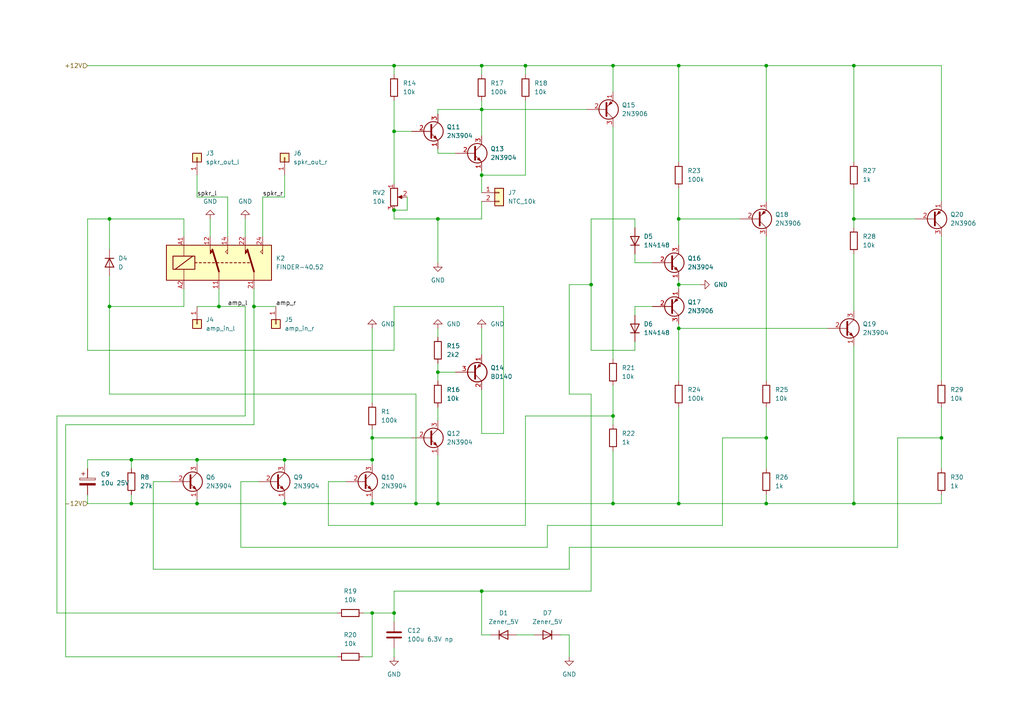
<source format=kicad_sch>
(kicad_sch (version 20230121) (generator eeschema)
  (paper "A4")
  (title_block (title "DC-proteciton") (date "15.12.21") (rev "A"))
  (lib_symbols
    (symbol "Connector_Generic:Conn_01x01" (pin_names (offset 1.016) hide)
      (property "Reference" "J" (at 0 2.54 0))
      (property "Value" "Conn_01x01" (at 0 -2.54 0))
      (symbol "Conn_01x01_1_1"
        (rectangle (start -1.27 0.127) (end 0 -0.127) (stroke (width 0.1524)))
        (rectangle (start -1.27 1.27) (end 1.27 -1.27) (stroke (width 0.254)) (fill (type background)))
        (pin passive line (at -5.08 0 0) (length 3.81) (name "Pin_1") (number "1"))
      )
    )
    (symbol "Connector_Generic:Conn_01x02" (pin_names (offset 1.016) hide)
      (property "Reference" "J" (at 0 2.54 0))
      (property "Value" "Conn_01x02" (at 0 -5.08 0))
      (symbol "Conn_01x02_1_1"
        (rectangle (start -1.27 -2.413) (end 0 -2.667) (stroke (width 0.1524)))
        (rectangle (start -1.27 0.127) (end 0 -0.127) (stroke (width 0.1524)))
        (rectangle (start -1.27 1.27) (end 1.27 -3.81) (stroke (width 0.254)) (fill (type background)))
        (pin passive line (at -5.08 0 0) (length 3.81) (name "Pin_1") (number "1"))
        (pin passive line (at -5.08 -2.54 0) (length 3.81) (name "Pin_2") (number "2"))
      )
    )
    (symbol "Device:C" (pin_numbers hide) (pin_names (offset 0.254))
      (property "Reference" "C" (at 0.635 2.54 0))
      (property "Value" "C" (at 0.635 -2.54 0))
      (symbol "C_0_1"
        (polyline (pts (xy -2.032 -0.762) (xy 2.032 -0.762)) (stroke (width 0.508)))
        (polyline (pts (xy -2.032 0.762) (xy 2.032 0.762)) (stroke (width 0.508)))
      )
      (symbol "C_1_1"
        (pin passive line (at 0 3.81 270) (length 2.794) (name "~") (number "1"))
        (pin passive line (at 0 -3.81 90) (length 2.794) (name "~") (number "2"))
      )
    )
    (symbol "Device:C_Polarized" (pin_numbers hide) (pin_names (offset 0.254))
      (property "Reference" "C" (at 0.635 2.54 0))
      (property "Value" "C_Polarized" (at 0.635 -2.54 0))
      (symbol "C_Polarized_0_1"
        (rectangle (start -2.286 0.508) (end 2.286 1.016))
        (polyline (pts (xy -1.778 2.286) (xy -0.762 2.286)))
        (polyline (pts (xy -1.27 2.794) (xy -1.27 1.778)))
        (rectangle (start 2.286 -0.508) (end -2.286 -1.016) (fill (type outline)))
      )
      (symbol "C_Polarized_1_1"
        (pin passive line (at 0 3.81 270) (length 2.794) (name "~") (number "1"))
        (pin passive line (at 0 -3.81 90) (length 2.794) (name "~") (number "2"))
      )
    )
    (symbol "Device:D" (pin_numbers hide) (pin_names (offset 1.016) hide)
      (property "Reference" "D" (at 0 2.54 0))
      (property "Value" "D" (at 0 -2.54 0))
      (symbol "D_0_1"
        (polyline (pts (xy -1.27 1.27) (xy -1.27 -1.27)) (stroke (width 0.254)))
        (polyline (pts (xy 1.27 0) (xy -1.27 0)))
        (polyline (pts (xy 1.27 1.27) (xy 1.27 -1.27) (xy -1.27 0) (xy 1.27 1.27)) (stroke (width 0.254)))
      )
      (symbol "D_1_1"
        (pin passive line (at -3.81 0 0) (length 2.54) (name "K") (number "1"))
        (pin passive line (at 3.81 0 180) (length 2.54) (name "A") (number "2"))
      )
    )
    (symbol "Device:R" (pin_numbers hide) (pin_names (offset 0))
      (property "Reference" "R" (at 2.032 0 90))
      (property "Value" "R" (at 0 0 90))
      (symbol "R_0_1"
        (rectangle (start -1.016 -2.54) (end 1.016 2.54) (stroke (width 0.254)))
      )
      (symbol "R_1_1"
        (pin passive line (at 0 3.81 270) (length 1.27) (name "~") (number "1"))
        (pin passive line (at 0 -3.81 90) (length 1.27) (name "~") (number "2"))
      )
    )
    (symbol "Device:R_Potentiometer" (pin_names (offset 1.016) hide)
      (property "Reference" "RV" (at -4.445 0 90))
      (property "Value" "R_Potentiometer" (at -2.54 0 90))
      (symbol "R_Potentiometer_0_1"
        (polyline (pts (xy 2.54 0) (xy 1.524 0)))
        (polyline (pts (xy 1.143 0) (xy 2.286 0.508) (xy 2.286 -0.508) (xy 1.143 0)) (fill (type outline)))
        (rectangle (start 1.016 2.54) (end -1.016 -2.54) (stroke (width 0.254)))
      )
      (symbol "R_Potentiometer_1_1"
        (pin passive line (at 0 3.81 270) (length 1.27) (name "1") (number "1"))
        (pin passive line (at 3.81 0 180) (length 1.27) (name "2") (number "2"))
        (pin passive line (at 0 -3.81 90) (length 1.27) (name "3") (number "3"))
      )
    )
    (symbol "Relay:FINDER-40.52"
      (property "Reference" "K" (at 16.51 3.81 0))
      (property "Value" "FINDER-40.52" (at 16.51 1.27 0))
      (symbol "FINDER-40.52_0_1"
        (rectangle (start -15.24 5.08) (end 15.24 -5.08) (stroke (width 0.254)) (fill (type background)))
        (rectangle (start -13.335 1.905) (end -6.985 -1.905) (stroke (width 0.254)))
        (polyline (pts (xy -12.7 -1.905) (xy -7.62 1.905)) (stroke (width 0.254)))
        (polyline (pts (xy -10.16 -5.08) (xy -10.16 -1.905)))
        (polyline (pts (xy -10.16 5.08) (xy -10.16 1.905)))
        (polyline (pts (xy -6.985 0) (xy -6.35 0)) (stroke (width 0.254)))
        (polyline (pts (xy -5.715 0) (xy -5.08 0)) (stroke (width 0.254)))
        (polyline (pts (xy -4.445 0) (xy -3.81 0)) (stroke (width 0.254)))
        (polyline (pts (xy -3.175 0) (xy -2.54 0)) (stroke (width 0.254)))
        (polyline (pts (xy -1.905 0) (xy -1.27 0)) (stroke (width 0.254)))
        (polyline (pts (xy -0.635 0) (xy 0 0)) (stroke (width 0.254)))
        (polyline (pts (xy 0 -2.54) (xy -1.905 3.81)) (stroke (width 0.508)))
        (polyline (pts (xy 0 -2.54) (xy 0 -5.08)))
        (polyline (pts (xy 0.635 0) (xy 1.27 0)) (stroke (width 0.254)))
        (polyline (pts (xy 1.905 0) (xy 2.54 0)) (stroke (width 0.254)))
        (polyline (pts (xy 3.175 0) (xy 3.81 0)) (stroke (width 0.254)))
        (polyline (pts (xy 4.445 0) (xy 5.08 0)) (stroke (width 0.254)))
        (polyline (pts (xy 5.715 0) (xy 6.35 0)) (stroke (width 0.254)))
        (polyline (pts (xy 6.985 0) (xy 7.62 0)) (stroke (width 0.254)))
        (polyline (pts (xy 8.255 0) (xy 8.89 0)) (stroke (width 0.254)))
        (polyline (pts (xy 10.16 -2.54) (xy 8.255 3.81)) (stroke (width 0.508)))
        (polyline (pts (xy 10.16 -2.54) (xy 10.16 -5.08)))
        (polyline (pts (xy -2.54 5.08) (xy -2.54 2.54) (xy -1.905 3.175) (xy -2.54 3.81)) (fill (type outline)))
        (polyline (pts (xy 2.54 5.08) (xy 2.54 2.54) (xy 1.905 3.175) (xy 2.54 3.81)))
        (polyline (pts (xy 7.62 5.08) (xy 7.62 2.54) (xy 8.255 3.175) (xy 7.62 3.81)) (fill (type outline)))
        (polyline (pts (xy 12.7 5.08) (xy 12.7 2.54) (xy 12.065 3.175) (xy 12.7 3.81)))
      )
      (symbol "FINDER-40.52_1_1"
        (pin passive line (at 0 -7.62 90) (length 2.54) (name "~") (number "11"))
        (pin passive line (at -2.54 7.62 270) (length 2.54) (name "~") (number "12"))
        (pin passive line (at 2.54 7.62 270) (length 2.54) (name "~") (number "14"))
        (pin passive line (at 10.16 -7.62 90) (length 2.54) (name "~") (number "21"))
        (pin passive line (at 7.62 7.62 270) (length 2.54) (name "~") (number "22"))
        (pin passive line (at 12.7 7.62 270) (length 2.54) (name "~") (number "24"))
        (pin passive line (at -10.16 7.62 270) (length 2.54) (name "~") (number "A1"))
        (pin passive line (at -10.16 -7.62 90) (length 2.54) (name "~") (number "A2"))
      )
    )
    (symbol "Transistor_BJT:2N3904" (pin_names (offset 0) hide)
      (property "Reference" "Q" (at 5.08 1.905 0))
      (property "Value" "2N3904" (at 5.08 0 0))
      (symbol "2N3904_0_1"
        (polyline (pts (xy 0.635 0.635) (xy 2.54 2.54)))
        (polyline (pts (xy 0.635 -0.635) (xy 2.54 -2.54) (xy 2.54 -2.54)))
        (polyline (pts (xy 0.635 1.905) (xy 0.635 -1.905) (xy 0.635 -1.905)) (stroke (width 0.508)))
        (polyline (pts (xy 1.27 -1.778) (xy 1.778 -1.27) (xy 2.286 -2.286) (xy 1.27 -1.778) (xy 1.27 -1.778)) (fill (type outline)))
        (circle (center 1.27 0) (radius 2.8194) (stroke (width 0.254)))
      )
      (symbol "2N3904_1_1"
        (pin passive line (at 2.54 -5.08 90) (length 2.54) (name "E") (number "1"))
        (pin passive line (at -5.08 0 0) (length 5.715) (name "B") (number "2"))
        (pin passive line (at 2.54 5.08 270) (length 2.54) (name "C") (number "3"))
      )
    )
    (symbol "Transistor_BJT:2N3906" (pin_names (offset 0) hide)
      (property "Reference" "Q" (at 5.08 1.905 0))
      (property "Value" "2N3906" (at 5.08 0 0))
      (symbol "2N3906_0_1"
        (polyline (pts (xy 0.635 0.635) (xy 2.54 2.54)))
        (polyline (pts (xy 0.635 -0.635) (xy 2.54 -2.54) (xy 2.54 -2.54)))
        (polyline (pts (xy 0.635 1.905) (xy 0.635 -1.905) (xy 0.635 -1.905)) (stroke (width 0.508)))
        (polyline (pts (xy 2.286 -1.778) (xy 1.778 -2.286) (xy 1.27 -1.27) (xy 2.286 -1.778) (xy 2.286 -1.778)) (fill (type outline)))
        (circle (center 1.27 0) (radius 2.8194) (stroke (width 0.254)))
      )
      (symbol "2N3906_1_1"
        (pin passive line (at 2.54 -5.08 90) (length 2.54) (name "E") (number "1"))
        (pin input line (at -5.08 0 0) (length 5.715) (name "B") (number "2"))
        (pin passive line (at 2.54 5.08 270) (length 2.54) (name "C") (number "3"))
      )
    )
    (symbol "Transistor_BJT:BD140" (pin_names (offset 0) hide)
      (property "Reference" "Q" (at 5.08 1.905 0))
      (property "Value" "BD140" (at 5.08 0 0))
      (symbol "BD140_0_1"
        (polyline (pts (xy 0 0) (xy 0.635 0)))
        (polyline (pts (xy 2.54 -2.54) (xy 0.635 -0.635)))
        (polyline (pts (xy 2.54 2.54) (xy 0.635 0.635)))
        (polyline (pts (xy 0.635 1.905) (xy 0.635 -1.905) (xy 0.635 -1.905)) (stroke (width 0.508)) (fill (type outline)))
        (polyline (pts (xy 1.778 -2.286) (xy 2.286 -1.778) (xy 1.27 -1.27) (xy 1.778 -2.286) (xy 1.778 -2.286)) (fill (type outline)))
        (circle (center 1.27 0) (radius 2.8194) (stroke (width 0.3048)))
      )
      (symbol "BD140_1_1"
        (pin passive line (at 2.54 -5.08 90) (length 2.54) (name "E") (number "1"))
        (pin passive line (at 2.54 5.08 270) (length 2.54) (name "C") (number "2"))
        (pin input line (at -5.08 0 0) (length 5.08) (name "B") (number "3"))
      )
    )
    (symbol "power:GND" (power) (pin_names (offset 0))
      (property "Value" "GND" (at 0 -3.81 0))
      (symbol "GND_0_1"
        (polyline (pts (xy 0 0) (xy 0 -1.27) (xy 1.27 -1.27) (xy 0 -2.54) (xy -1.27 -1.27) (xy 0 -1.27)))
      )
      (symbol "GND_1_1"
        (pin power_in line (at 0 0 270) (length 0) hide (name "GND") (number "1"))
      )
    )
  )
  (junction (at 107.95 177.8))
  (junction (at 107.95 133.35))
  (junction (at 177.8 19.05))
  (junction (at 31.75 63.5))
  (junction (at 82.55 133.35))
  (junction (at 177.8 146.05))
  (junction (at 127 146.05))
  (junction (at 63.5 88.9))
  (junction (at 139.7 50.8))
  (junction (at 177.8 120.65))
  (junction (at 57.15 133.35))
  (junction (at 114.3 60.96))
  (junction (at 107.95 146.05))
  (junction (at 73.66 88.9))
  (junction (at 247.65 63.5))
  (junction (at 139.7 31.75))
  (junction (at 196.85 19.05))
  (junction (at 222.25 19.05))
  (junction (at 222.25 127))
  (junction (at 57.15 146.05))
  (junction (at 127 63.5))
  (junction (at 222.25 146.05))
  (junction (at 38.1 146.05))
  (junction (at 247.65 19.05))
  (junction (at 31.75 88.9))
  (junction (at 152.4 19.05))
  (junction (at 114.3 177.8))
  (junction (at 196.85 95.25))
  (junction (at 38.1 133.35))
  (junction (at 171.45 82.55))
  (junction (at 196.85 63.5))
  (junction (at 139.7 171.45))
  (junction (at 196.85 82.55))
  (junction (at 247.65 146.05))
  (junction (at 114.3 19.05))
  (junction (at 127 107.95))
  (junction (at 139.7 19.05))
  (junction (at 196.85 146.05))
  (junction (at 114.3 38.1))
  (junction (at 107.95 127))
  (junction (at 82.55 146.05))
  (junction (at 273.05 127))
  (junction (at 120.65 146.05))
  (wire (pts (xy 196.85 95.25) (xy 240.03 95.25)))
  (wire (pts (xy 119.38 127) (xy 107.95 127)))
  (wire (pts (xy 184.15 63.5) (xy 171.45 63.5)))
  (wire (pts (xy 171.45 63.5) (xy 171.45 82.55)))
  (wire (pts (xy 184.15 101.6) (xy 184.15 99.06)))
  (wire (pts (xy 184.15 66.04) (xy 184.15 63.5)))
  (wire (pts (xy 171.45 82.55) (xy 171.45 101.6)))
  (wire (pts (xy 171.45 101.6) (xy 184.15 101.6)))
  (wire (pts (xy 139.7 171.45) (xy 171.45 171.45)))
  (wire (pts (xy 196.85 81.28) (xy 196.85 82.55)))
  (wire (pts (xy 196.85 82.55) (xy 196.85 83.82)))
  (wire (pts (xy 114.3 29.21) (xy 114.3 38.1)))
  (wire (pts (xy 114.3 38.1) (xy 114.3 53.34)))
  (wire (pts (xy 165.1 165.1) (xy 44.45 165.1)))
  (wire (pts (xy 165.1 158.75) (xy 165.1 165.1)))
  (wire (pts (xy 165.1 158.75) (xy 260.35 158.75)))
  (wire (pts (xy 105.41 177.8) (xy 107.95 177.8)))
  (wire (pts (xy 222.25 143.51) (xy 222.25 146.05)))
  (wire (pts (xy 25.4 133.35) (xy 38.1 133.35)))
  (wire (pts (xy 57.15 133.35) (xy 82.55 133.35)))
  (wire (pts (xy 38.1 133.35) (xy 57.15 133.35)))
  (wire (pts (xy 25.4 135.89) (xy 25.4 133.35)))
  (wire (pts (xy 107.95 133.35) (xy 107.95 134.62)))
  (wire (pts (xy 107.95 127) (xy 107.95 133.35)))
  (wire (pts (xy 82.55 133.35) (xy 107.95 133.35)))
  (wire (pts (xy 158.75 152.4) (xy 158.75 158.75)))
  (wire (pts (xy 158.75 158.75) (xy 69.85 158.75)))
  (wire (pts (xy 158.75 152.4) (xy 209.55 152.4)))
  (wire (pts (xy 114.3 177.8) (xy 114.3 180.34)))
  (wire (pts (xy 114.3 88.9) (xy 146.05 88.9)))
  (wire (pts (xy 63.5 88.9) (xy 63.5 83.82)))
  (wire (pts (xy 57.15 88.9) (xy 63.5 88.9)))
  (wire (pts (xy 25.4 146.05) (xy 38.1 146.05)))
  (wire (pts (xy 82.55 146.05) (xy 107.95 146.05)))
  (wire (pts (xy 38.1 146.05) (xy 57.15 146.05)))
  (wire (pts (xy 57.15 146.05) (xy 82.55 146.05)))
  (wire (pts (xy 107.95 146.05) (xy 120.65 146.05)))
  (wire (pts (xy 196.85 146.05) (xy 222.25 146.05)))
  (wire (pts (xy 247.65 146.05) (xy 273.05 146.05)))
  (wire (pts (xy 177.8 146.05) (xy 196.85 146.05)))
  (wire (pts (xy 139.7 31.75) (xy 170.18 31.75)))
  (wire (pts (xy 74.93 139.7) (xy 69.85 139.7)))
  (wire (pts (xy 69.85 139.7) (xy 69.85 158.75)))
  (wire (pts (xy 247.65 19.05) (xy 247.65 46.99)))
  (wire (pts (xy 73.66 83.82) (xy 73.66 88.9)))
  (wire (pts (xy 73.66 88.9) (xy 80.01 88.9)))
  (wire (pts (xy 63.5 88.9) (xy 71.12 88.9)))
  (wire (pts (xy 127 146.05) (xy 177.8 146.05)))
  (wire (pts (xy 95.25 152.4) (xy 152.4 152.4)))
  (wire (pts (xy 152.4 120.65) (xy 152.4 152.4)))
  (wire (pts (xy 152.4 120.65) (xy 177.8 120.65)))
  (wire (pts (xy 53.34 88.9) (xy 31.75 88.9)))
  (wire (pts (xy 31.75 88.9) (xy 31.75 80.01)))
  (wire (pts (xy 53.34 83.82) (xy 53.34 88.9)))
  (wire (pts (xy 146.05 88.9) (xy 146.05 125.73)))
  (wire (pts (xy 127 31.75) (xy 139.7 31.75)))
  (wire (pts (xy 127 33.02) (xy 127 31.75)))
  (wire (pts (xy 82.55 133.35) (xy 82.55 134.62)))
  (wire (pts (xy 127 132.08) (xy 127 146.05)))
  (wire (pts (xy 247.65 54.61) (xy 247.65 63.5)))
  (wire (pts (xy 247.65 63.5) (xy 247.65 66.04)))
  (wire (pts (xy 132.08 44.45) (xy 127 44.45)))
  (wire (pts (xy 127 44.45) (xy 127 43.18)))
  (wire (pts (xy 105.41 190.5) (xy 107.95 190.5)))
  (wire (pts (xy 196.85 118.11) (xy 196.85 146.05)))
  (wire (pts (xy 177.8 36.83) (xy 177.8 104.14)))
  (wire (pts (xy 177.8 111.76) (xy 177.8 120.65)))
  (wire (pts (xy 177.8 130.81) (xy 177.8 146.05)))
  (wire (pts (xy 177.8 120.65) (xy 177.8 123.19)))
  (wire (pts (xy 260.35 127) (xy 260.35 158.75)))
  (wire (pts (xy 66.04 57.15) (xy 57.15 57.15)))
  (wire (pts (xy 66.04 68.58) (xy 66.04 57.15)))
  (wire (pts (xy 57.15 50.8) (xy 57.15 57.15)))
  (wire (pts (xy 139.7 19.05) (xy 152.4 19.05)))
  (wire (pts (xy 152.4 19.05) (xy 152.4 21.59)))
  (wire (pts (xy 107.95 124.46) (xy 107.95 127)))
  (wire (pts (xy 247.65 100.33) (xy 247.65 146.05)))
  (wire (pts (xy 184.15 73.66) (xy 184.15 76.2)))
  (wire (pts (xy 184.15 76.2) (xy 189.23 76.2)))
  (wire (pts (xy 139.7 171.45) (xy 139.7 184.15)))
  (wire (pts (xy 60.96 63.5) (xy 60.96 68.58)))
  (wire (pts (xy 165.1 184.15) (xy 165.1 190.5)))
  (wire (pts (xy 25.4 101.6) (xy 114.3 101.6)))
  (wire (pts (xy 53.34 63.5) (xy 53.34 68.58)))
  (wire (pts (xy 31.75 63.5) (xy 53.34 63.5)))
  (wire (pts (xy 31.75 72.39) (xy 31.75 63.5)))
  (wire (pts (xy 25.4 143.51) (xy 25.4 146.05)))
  (wire (pts (xy 114.3 171.45) (xy 139.7 171.45)))
  (wire (pts (xy 165.1 114.3) (xy 171.45 114.3)))
  (wire (pts (xy 165.1 82.55) (xy 165.1 114.3)))
  (wire (pts (xy 196.85 19.05) (xy 177.8 19.05)))
  (wire (pts (xy 196.85 46.99) (xy 196.85 19.05)))
  (wire (pts (xy 107.95 144.78) (xy 107.95 146.05)))
  (wire (pts (xy 82.55 50.8) (xy 82.55 57.15)))
  (wire (pts (xy 76.2 57.15) (xy 82.55 57.15)))
  (wire (pts (xy 76.2 68.58) (xy 76.2 57.15)))
  (wire (pts (xy 139.7 125.73) (xy 146.05 125.73)))
  (wire (pts (xy 25.4 63.5) (xy 25.4 101.6)))
  (wire (pts (xy 139.7 184.15) (xy 142.24 184.15)))
  (wire (pts (xy 196.85 95.25) (xy 196.85 110.49)))
  (wire (pts (xy 196.85 93.98) (xy 196.85 95.25)))
  (wire (pts (xy 273.05 68.58) (xy 273.05 110.49)))
  (wire (pts (xy 214.63 63.5) (xy 196.85 63.5)))
  (wire (pts (xy 196.85 54.61) (xy 196.85 63.5)))
  (wire (pts (xy 196.85 63.5) (xy 196.85 71.12)))
  (wire (pts (xy 107.95 177.8) (xy 107.95 190.5)))
  (wire (pts (xy 73.66 88.9) (xy 73.66 123.19)))
  (wire (pts (xy 71.12 63.5) (xy 71.12 68.58)))
  (wire (pts (xy 120.65 114.3) (xy 120.65 146.05)))
  (wire (pts (xy 114.3 171.45) (xy 114.3 177.8)))
  (wire (pts (xy 107.95 177.8) (xy 114.3 177.8)))
  (wire (pts (xy 57.15 144.78) (xy 57.15 146.05)))
  (wire (pts (xy 152.4 29.21) (xy 152.4 50.8)))
  (wire (pts (xy 152.4 50.8) (xy 139.7 50.8)))
  (wire (pts (xy 139.7 50.8) (xy 139.7 55.88)))
  (wire (pts (xy 247.65 73.66) (xy 247.65 90.17)))
  (wire (pts (xy 38.1 133.35) (xy 38.1 135.89)))
  (wire (pts (xy 139.7 29.21) (xy 139.7 31.75)))
  (wire (pts (xy 139.7 19.05) (xy 139.7 21.59)))
  (wire (pts (xy 139.7 31.75) (xy 139.7 39.37)))
  (wire (pts (xy 31.75 63.5) (xy 25.4 63.5)))
  (wire (pts (xy 273.05 143.51) (xy 273.05 146.05)))
  (wire (pts (xy 120.65 146.05) (xy 127 146.05)))
  (wire (pts (xy 25.4 19.05) (xy 114.3 19.05)))
  (wire (pts (xy 162.56 184.15) (xy 165.1 184.15)))
  (wire (pts (xy 247.65 63.5) (xy 265.43 63.5)))
  (wire (pts (xy 16.51 177.8) (xy 97.79 177.8)))
  (wire (pts (xy 209.55 127) (xy 209.55 152.4)))
  (wire (pts (xy 222.25 118.11) (xy 222.25 127)))
  (wire (pts (xy 222.25 127) (xy 222.25 135.89)))
  (wire (pts (xy 222.25 19.05) (xy 196.85 19.05)))
  (wire (pts (xy 222.25 58.42) (xy 222.25 19.05)))
  (wire (pts (xy 114.3 101.6) (xy 114.3 88.9)))
  (wire (pts (xy 127 118.11) (xy 127 121.92)))
  (wire (pts (xy 139.7 49.53) (xy 139.7 50.8)))
  (wire (pts (xy 82.55 144.78) (xy 82.55 146.05)))
  (wire (pts (xy 189.23 88.9) (xy 184.15 88.9)))
  (wire (pts (xy 184.15 88.9) (xy 184.15 91.44)))
  (wire (pts (xy 57.15 133.35) (xy 57.15 134.62)))
  (wire (pts (xy 73.66 123.19) (xy 19.05 123.19)))
  (wire (pts (xy 222.25 146.05) (xy 247.65 146.05)))
  (wire (pts (xy 49.53 139.7) (xy 44.45 139.7)))
  (wire (pts (xy 44.45 139.7) (xy 44.45 165.1)))
  (wire (pts (xy 127 95.25) (xy 127 97.79)))
  (wire (pts (xy 127 107.95) (xy 132.08 107.95)))
  (wire (pts (xy 209.55 127) (xy 222.25 127)))
  (wire (pts (xy 222.25 68.58) (xy 222.25 110.49)))
  (wire (pts (xy 114.3 19.05) (xy 139.7 19.05)))
  (wire (pts (xy 114.3 19.05) (xy 114.3 21.59)))
  (wire (pts (xy 118.11 57.15) (xy 118.11 60.96)))
  (wire (pts (xy 118.11 60.96) (xy 114.3 60.96)))
  (wire (pts (xy 260.35 127) (xy 273.05 127)))
  (wire (pts (xy 152.4 19.05) (xy 177.8 19.05)))
  (wire (pts (xy 177.8 19.05) (xy 177.8 26.67)))
  (wire (pts (xy 127 107.95) (xy 127 110.49)))
  (wire (pts (xy 127 105.41) (xy 127 107.95)))
  (wire (pts (xy 19.05 190.5) (xy 97.79 190.5)))
  (wire (pts (xy 171.45 171.45) (xy 171.45 114.3)))
  (wire (pts (xy 16.51 120.65) (xy 16.51 177.8)))
  (wire (pts (xy 114.3 38.1) (xy 119.38 38.1)))
  (wire (pts (xy 114.3 187.96) (xy 114.3 190.5)))
  (wire (pts (xy 71.12 88.9) (xy 71.12 120.65)))
  (wire (pts (xy 127 63.5) (xy 127 76.2)))
  (wire (pts (xy 165.1 82.55) (xy 171.45 82.55)))
  (wire (pts (xy 196.85 82.55) (xy 203.2 82.55)))
  (wire (pts (xy 107.95 95.25) (xy 107.95 116.84)))
  (wire (pts (xy 38.1 143.51) (xy 38.1 146.05)))
  (wire (pts (xy 273.05 127) (xy 273.05 135.89)))
  (wire (pts (xy 273.05 118.11) (xy 273.05 127)))
  (wire (pts (xy 100.33 139.7) (xy 95.25 139.7)))
  (wire (pts (xy 95.25 139.7) (xy 95.25 152.4)))
  (wire (pts (xy 19.05 123.19) (xy 19.05 190.5)))
  (wire (pts (xy 114.3 63.5) (xy 127 63.5)))
  (wire (pts (xy 114.3 60.96) (xy 114.3 63.5)))
  (wire (pts (xy 139.7 58.42) (xy 139.7 63.5)))
  (wire (pts (xy 127 63.5) (xy 139.7 63.5)))
  (wire (pts (xy 273.05 19.05) (xy 273.05 58.42)))
  (wire (pts (xy 247.65 19.05) (xy 273.05 19.05)))
  (wire (pts (xy 139.7 95.25) (xy 139.7 102.87)))
  (wire (pts (xy 31.75 114.3) (xy 120.65 114.3)))
  (wire (pts (xy 149.86 184.15) (xy 154.94 184.15)))
  (wire (pts (xy 139.7 113.03) (xy 139.7 125.73)))
  (wire (pts (xy 31.75 88.9) (xy 31.75 114.3)))
  (wire (pts (xy 222.25 19.05) (xy 247.65 19.05)))
  (wire (pts (xy 71.12 120.65) (xy 16.51 120.65)))
  (label "amp_l" (at 66.04 88.9 0))
  (label "spkr_r" (at 76.2 57.15 0))
  (label "amp_r" (at 80.01 88.9 0))
  (label "spkr_l" (at 57.15 57.15 0))
  (hierarchical_label "-12V" (shape input) (at 25.4 146.05 180))
  (hierarchical_label "+12V" (shape input) (at 25.4 19.05 180))
  (symbol (lib_id "Device:R") (at 222.25 139.7 0) (unit 1)
    (property "Reference" "R26" (at 224.79 138.4299 0) (effects (justify left)))
    (property "Value" "1k" (at 224.79 140.9699 0) (effects (justify left)))
    (property "Footprint" "Resistor_THT:r_vertical_symm" (effects hide))
  )
  (symbol (lib_id "Device:D") (at 31.75 76.2 270) (unit 1)
    (property "Reference" "D4" (at 34.29 74.9299 90) (effects (justify left)))
    (property "Value" "D" (at 34.29 77.4699 90) (effects (justify left)))
    (property "Footprint" "Diode_THT:D_DO-41_SOD81_P7.62mm_Horizontal" (effects hide))
  )
  (symbol (lib_id "Transistor_BJT:2N3906") (at 175.26 31.75 0) (mirror x) (unit 1)
    (property "Reference" "Q15" (at 180.34 30.4799 0) (effects (justify left)))
    (property "Value" "2N3906" (at 180.34 33.0199 0) (effects (justify left)))
    (property "Footprint" "Package_TO_SOT_THT:TO-92_Inline_Wide" (effects hide))
    (property "Datasheet" "https://www.onsemi.com/pub/Collateral/2N3906-D.PDF" (effects hide))
  )
  (symbol (lib_id "Device:R") (at 107.95 120.65 0) (unit 1)
    (property "Reference" "R1" (at 110.49 119.3799 0) (effects (justify left)))
    (property "Value" "100k" (at 110.49 121.9199 0) (effects (justify left)))
    (property "Footprint" "Resistor_THT:r_vertical_symm" (effects hide))
  )
  (symbol (lib_id "Transistor_BJT:2N3904") (at 124.46 127 0) (unit 1)
    (property "Reference" "Q12" (at 129.54 125.7299 0) (effects (justify left)))
    (property "Value" "2N3904" (at 129.54 128.2699 0) (effects (justify left)))
    (property "Footprint" "Package_TO_SOT_THT:TO-92_Inline_Wide" (effects hide))
    (property "Datasheet" "https://www.onsemi.com/pub/Collateral/2N3903-D.PDF" (effects hide))
  )
  (symbol (lib_id "Device:R") (at 273.05 139.7 0) (unit 1)
    (property "Reference" "R30" (at 275.59 138.4299 0) (effects (justify left)))
    (property "Value" "1k" (at 275.59 140.9699 0) (effects (justify left)))
    (property "Footprint" "Resistor_THT:r_vertical_symm" (effects hide))
  )
  (symbol (lib_id "Transistor_BJT:2N3906") (at 219.71 63.5 0) (mirror x) (unit 1)
    (property "Reference" "Q18" (at 224.79 62.2299 0) (effects (justify left)))
    (property "Value" "2N3906" (at 224.79 64.7699 0) (effects (justify left)))
    (property "Footprint" "Package_TO_SOT_THT:TO-92_Inline_Wide" (effects hide))
    (property "Datasheet" "https://www.onsemi.com/pub/Collateral/2N3906-D.PDF" (effects hide))
  )
  (symbol (lib_id "Device:R") (at 101.6 177.8 90) (unit 1)
    (property "Reference" "R19" (at 101.6 171.45 90))
    (property "Value" "10k" (at 101.6 173.99 90))
    (property "Footprint" "Resistor_THT:r_vertical_symm" (effects hide))
  )
  (symbol (lib_id "power:GND") (at 114.3 190.5 0) (unit 1)
    (property "Reference" "#PWR0119" (effects hide))
    (property "Value" "GND" (at 114.3 195.58 0))
  )
  (symbol (lib_id "Transistor_BJT:BD140") (at 137.16 107.95 0) (mirror x) (unit 1)
    (property "Reference" "Q14" (at 142.24 106.6799 0) (effects (justify left)))
    (property "Value" "BD140" (at 142.24 109.2199 0) (effects (justify left)))
    (property "Footprint" "Package_TO_SOT_THT:TO-126-3_Vertical" (effects hide))
    (property "Datasheet" "http://www.st.com/internet/com/TECHNICAL_RESOURCES/TECHNICAL_LITERATURE/DATASHEET/CD00001225.pdf" (effects hide))
  )
  (symbol (lib_id "Transistor_BJT:2N3904") (at 124.46 38.1 0) (unit 1)
    (property "Reference" "Q11" (at 129.54 36.8299 0) (effects (justify left)))
    (property "Value" "2N3904" (at 129.54 39.3699 0) (effects (justify left)))
    (property "Footprint" "Package_TO_SOT_THT:TO-92_Inline_Wide" (effects hide))
    (property "Datasheet" "https://www.onsemi.com/pub/Collateral/2N3903-D.PDF" (effects hide))
  )
  (symbol (lib_id "Device:C") (at 114.3 184.15 0) (unit 1)
    (property "Reference" "C12" (at 118.11 182.8799 0) (effects (justify left)))
    (property "Value" "100u 6.3V np" (at 118.11 185.4199 0) (effects (justify left)))
    (property "Footprint" "Capacitor_THT:C_Radial_D8.0mm_H11.5mm_P3.50mm" (effects hide))
  )
  (symbol (lib_id "Device:R") (at 196.85 50.8 0) (unit 1)
    (property "Reference" "R23" (at 199.39 49.5299 0) (effects (justify left)))
    (property "Value" "100k" (at 199.39 52.0699 0) (effects (justify left)))
    (property "Footprint" "Resistor_THT:r_vertical_symm" (effects hide))
  )
  (symbol (lib_id "Connector_Generic:Conn_01x01") (at 80.01 93.98 270) (unit 1)
    (property "Reference" "J5" (at 82.55 92.7099 90) (effects (justify left)))
    (property "Value" "amp_in_r" (at 82.55 95.2499 90) (effects (justify left)))
    (property "Footprint" "Connector_Wire:SolderWire-0.5sqmm_1x01_D0.9mm_OD2.1mm" (effects hide))
  )
  (symbol (lib_id "Connector_Generic:Conn_01x01") (at 57.15 93.98 270) (unit 1)
    (property "Reference" "J4" (at 59.69 92.7099 90) (effects (justify left)))
    (property "Value" "amp_in_l" (at 59.69 95.2499 90) (effects (justify left)))
    (property "Footprint" "Connector_Wire:SolderWire-0.5sqmm_1x01_D0.9mm_OD2.1mm" (effects hide))
  )
  (symbol (lib_id "Connector_Generic:Conn_01x02") (at 144.78 55.88 0) (unit 1)
    (property "Reference" "J7" (at 147.32 55.8799 0) (effects (justify left)))
    (property "Value" "NTC_10k" (at 147.32 58.4199 0) (effects (justify left)))
    (property "Footprint" "Connector_Wire:SolderWire-0.5sqmm_1x02_P4.6mm_D0.9mm_OD2.1mm" (effects hide))
  )
  (symbol (lib_id "Connector_Generic:Conn_01x01") (at 82.55 45.72 90) (unit 1)
    (property "Reference" "J6" (at 85.09 44.4499 90) (effects (justify right)))
    (property "Value" "spkr_out_r" (at 85.09 46.9899 90) (effects (justify right)))
    (property "Footprint" "Connector_Wire:SolderWire-0.5sqmm_1x01_D0.9mm_OD2.1mm" (effects hide))
  )
  (symbol (lib_id "Device:R_Potentiometer") (at 114.3 57.15 0) (unit 1)
    (property "Reference" "RV2" (at 111.76 55.8799 0) (effects (justify right)))
    (property "Value" "10k" (at 111.76 58.4199 0) (effects (justify right)))
    (property "Footprint" "Potentiometer_THT:Potentiometer_Bourns_3296W_Vertical" (effects hide))
  )
  (symbol (lib_id "power:GND") (at 139.7 95.25 180) (unit 1)
    (property "Reference" "#PWR0115" (effects hide))
    (property "Value" "GND" (at 142.24 93.9799 0) (effects (justify right)))
  )
  (symbol (lib_id "Transistor_BJT:2N3904") (at 54.61 139.7 0) (unit 1)
    (property "Reference" "Q6" (at 59.69 138.4299 0) (effects (justify left)))
    (property "Value" "2N3904" (at 59.69 140.9699 0) (effects (justify left)))
    (property "Footprint" "Package_TO_SOT_THT:TO-92_Inline_Wide" (effects hide))
    (property "Datasheet" "https://www.onsemi.com/pub/Collateral/2N3903-D.PDF" (effects hide))
  )
  (symbol (lib_id "Device:R") (at 177.8 107.95 0) (unit 1)
    (property "Reference" "R21" (at 180.34 106.6799 0) (effects (justify left)))
    (property "Value" "10k" (at 180.34 109.2199 0) (effects (justify left)))
    (property "Footprint" "Resistor_THT:r_vertical_symm" (effects hide))
  )
  (symbol (lib_id "Device:R") (at 139.7 25.4 0) (unit 1)
    (property "Reference" "R17" (at 142.24 24.1299 0) (effects (justify left)))
    (property "Value" "100k" (at 142.24 26.6699 0) (effects (justify left)))
    (property "Footprint" "Resistor_THT:r_vertical_symm" (effects hide))
  )
  (symbol (lib_id "power:GND") (at 107.95 95.25 180) (unit 1)
    (property "Reference" "#PWR0103" (effects hide))
    (property "Value" "GND" (at 110.49 93.9799 0) (effects (justify right)))
  )
  (symbol (lib_id "Device:R") (at 127 101.6 0) (unit 1)
    (property "Reference" "R15" (at 129.54 100.3299 0) (effects (justify left)))
    (property "Value" "2k2" (at 129.54 102.8699 0) (effects (justify left)))
    (property "Footprint" "Resistor_THT:r_vertical_symm" (effects hide))
  )
  (symbol (lib_id "Connector_Generic:Conn_01x01") (at 57.15 45.72 90) (unit 1)
    (property "Reference" "J3" (at 59.69 44.4499 90) (effects (justify right)))
    (property "Value" "spkr_out_l" (at 59.69 46.9899 90) (effects (justify right)))
    (property "Footprint" "Connector_Wire:SolderWire-0.5sqmm_1x01_D0.9mm_OD2.1mm" (effects hide))
  )
  (symbol (lib_id "Device:R") (at 196.85 114.3 0) (unit 1)
    (property "Reference" "R24" (at 199.39 113.0299 0) (effects (justify left)))
    (property "Value" "100k" (at 199.39 115.5699 0) (effects (justify left)))
    (property "Footprint" "Resistor_THT:r_vertical_symm" (effects hide))
  )
  (symbol (lib_id "power:GND") (at 71.12 63.5 180) (unit 1)
    (property "Reference" "#PWR0120" (effects hide))
    (property "Value" "GND" (at 71.12 58.42 0))
  )
  (symbol (lib_id "Relay:FINDER-40.52") (at 63.5 76.2 0) (unit 1)
    (property "Reference" "K2" (at 80.01 74.9299 0) (effects (justify left)))
    (property "Value" "FINDER-40.52" (at 80.01 77.4699 0) (effects (justify left)))
    (property "Footprint" "Relay_THT:Relay_DPDT_Finder_40.52" (effects hide))
    (property "Datasheet" "http://gfinder.findernet.com/assets/Series/353/S40EN.pdf" (effects hide))
  )
  (symbol (lib_id "Device:R") (at 152.4 25.4 0) (unit 1)
    (property "Reference" "R18" (at 154.94 24.1299 0) (effects (justify left)))
    (property "Value" "10k" (at 154.94 26.6699 0) (effects (justify left)))
    (property "Footprint" "Resistor_THT:r_vertical_symm" (effects hide))
  )
  (symbol (lib_id "Transistor_BJT:2N3904") (at 137.16 44.45 0) (unit 1)
    (property "Reference" "Q13" (at 142.24 43.1799 0) (effects (justify left)))
    (property "Value" "2N3904" (at 142.24 45.7199 0) (effects (justify left)))
    (property "Footprint" "Package_TO_SOT_THT:TO-92_Inline_Wide" (effects hide))
    (property "Datasheet" "https://www.onsemi.com/pub/Collateral/2N3903-D.PDF" (effects hide))
  )
  (symbol (lib_id "Device:R") (at 222.25 114.3 0) (unit 1)
    (property "Reference" "R25" (at 224.79 113.0299 0) (effects (justify left)))
    (property "Value" "10k" (at 224.79 115.5699 0) (effects (justify left)))
    (property "Footprint" "Resistor_THT:r_vertical_symm" (effects hide))
  )
  (symbol (lib_id "Device:D") (at 184.15 95.25 90) (unit 1)
    (property "Reference" "D6" (at 186.69 93.9799 90) (effects (justify right)))
    (property "Value" "1N4148" (at 186.69 96.5199 90) (effects (justify right)))
    (property "Footprint" "Diode_THT:D_DO-35_SOD27_P2.54mm_Vertical_AnodeUp" (effects hide))
  )
  (symbol (lib_id "Device:D") (at 184.15 69.85 90) (unit 1)
    (property "Reference" "D5" (at 186.69 68.5799 90) (effects (justify right)))
    (property "Value" "1N4148" (at 186.69 71.1199 90) (effects (justify right)))
    (property "Footprint" "Diode_THT:D_DO-35_SOD27_P2.54mm_Vertical_AnodeUp" (effects hide))
  )
  (symbol (lib_id "Device:R") (at 101.6 190.5 90) (unit 1)
    (property "Reference" "R20" (at 101.6 184.15 90))
    (property "Value" "10k" (at 101.6 186.69 90))
    (property "Footprint" "Resistor_THT:r_vertical_symm" (effects hide))
  )
  (symbol (lib_id "Device:R") (at 247.65 69.85 0) (unit 1)
    (property "Reference" "R28" (at 250.19 68.5799 0) (effects (justify left)))
    (property "Value" "10k" (at 250.19 71.1199 0) (effects (justify left)))
    (property "Footprint" "Resistor_THT:r_vertical_symm" (effects hide))
  )
  (symbol (lib_id "Transistor_BJT:2N3904") (at 105.41 139.7 0) (unit 1)
    (property "Reference" "Q10" (at 110.49 138.4299 0) (effects (justify left)))
    (property "Value" "2N3904" (at 110.49 140.9699 0) (effects (justify left)))
    (property "Footprint" "Package_TO_SOT_THT:TO-92_Inline_Wide" (effects hide))
    (property "Datasheet" "https://www.onsemi.com/pub/Collateral/2N3903-D.PDF" (effects hide))
  )
  (symbol (lib_id "Device:R") (at 38.1 139.7 0) (unit 1)
    (property "Reference" "R8" (at 40.64 138.4299 0) (effects (justify left)))
    (property "Value" "27k" (at 40.64 140.9699 0) (effects (justify left)))
    (property "Footprint" "Resistor_THT:r_vertical_symm" (effects hide))
  )
  (symbol (lib_id "Device:R") (at 273.05 114.3 0) (unit 1)
    (property "Reference" "R29" (at 275.59 113.0299 0) (effects (justify left)))
    (property "Value" "10k" (at 275.59 115.5699 0) (effects (justify left)))
    (property "Footprint" "Resistor_THT:r_vertical_symm" (effects hide))
  )
  (symbol (lib_id "power:GND") (at 127 76.2 0) (unit 1)
    (property "Reference" "#PWR0114" (effects hide))
    (property "Value" "GND" (at 127 81.28 0))
  )
  (symbol (lib_id "Device:R") (at 247.65 50.8 0) (unit 1)
    (property "Reference" "R27" (at 250.19 49.5299 0) (effects (justify left)))
    (property "Value" "1k" (at 250.19 52.0699 0) (effects (justify left)))
    (property "Footprint" "Resistor_THT:r_vertical_symm" (effects hide))
  )
  (symbol (lib_id "power:GND") (at 60.96 63.5 180) (unit 1)
    (property "Reference" "#PWR0121" (effects hide))
    (property "Value" "GND" (at 60.96 58.42 0))
  )
  (symbol (lib_id "Device:R") (at 127 114.3 0) (unit 1)
    (property "Reference" "R16" (at 129.54 113.0299 0) (effects (justify left)))
    (property "Value" "10k" (at 129.54 115.5699 0) (effects (justify left)))
    (property "Footprint" "Resistor_THT:r_vertical_symm" (effects hide))
  )
  (symbol (lib_id "power:GND") (at 127 95.25 180) (unit 1)
    (property "Reference" "#PWR0116" (effects hide))
    (property "Value" "GND" (at 129.54 93.9799 0) (effects (justify right)))
  )
  (symbol (lib_id "Device:R") (at 114.3 25.4 0) (unit 1)
    (property "Reference" "R14" (at 116.84 24.1299 0) (effects (justify left)))
    (property "Value" "10k" (at 116.84 26.6699 0) (effects (justify left)))
    (property "Footprint" "Resistor_THT:r_vertical_symm" (effects hide))
  )
  (symbol (lib_id "Transistor_BJT:2N3904") (at 245.11 95.25 0) (unit 1)
    (property "Reference" "Q19" (at 250.19 93.9799 0) (effects (justify left)))
    (property "Value" "2N3904" (at 250.19 96.5199 0) (effects (justify left)))
    (property "Footprint" "Package_TO_SOT_THT:TO-92_Inline_Wide" (effects hide))
    (property "Datasheet" "https://www.onsemi.com/pub/Collateral/2N3903-D.PDF" (effects hide))
  )
  (symbol (lib_id "Device:C_Polarized") (at 25.4 139.7 0) (unit 1)
    (property "Reference" "C9" (at 29.21 137.5409 0) (effects (justify left)))
    (property "Value" "10u 25V" (at 29.21 140.0809 0) (effects (justify left)))
    (property "Footprint" "Capacitor_THT:CP_Radial_D5.0mm_P2.00mm" (effects hide))
  )
  (symbol (lib_id "Transistor_BJT:2N3906") (at 194.31 88.9 0) (mirror x) (unit 1)
    (property "Reference" "Q17" (at 199.39 87.6299 0) (effects (justify left)))
    (property "Value" "2N3906" (at 199.39 90.1699 0) (effects (justify left)))
    (property "Footprint" "Package_TO_SOT_THT:TO-92_Inline_Wide" (effects hide))
    (property "Datasheet" "https://www.onsemi.com/pub/Collateral/2N3906-D.PDF" (effects hide))
  )
  (symbol (lib_id "Device:D") (at 158.75 184.15 180) (unit 1)
    (property "Reference" "D7" (at 158.75 177.8 0))
    (property "Value" "Zener_5V" (at 158.75 180.34 0))
    (property "Footprint" "Diode_THT:D_DO-35_SOD27_P2.54mm_Vertical_AnodeUp" (effects hide))
  )
  (symbol (lib_id "Transistor_BJT:2N3904") (at 194.31 76.2 0) (unit 1)
    (property "Reference" "Q16" (at 199.39 74.9299 0) (effects (justify left)))
    (property "Value" "2N3904" (at 199.39 77.4699 0) (effects (justify left)))
    (property "Footprint" "Package_TO_SOT_THT:TO-92_Inline_Wide" (effects hide))
    (property "Datasheet" "https://www.onsemi.com/pub/Collateral/2N3903-D.PDF" (effects hide))
  )
  (symbol (lib_id "Device:R") (at 177.8 127 0) (unit 1)
    (property "Reference" "R22" (at 180.34 125.7299 0) (effects (justify left)))
    (property "Value" "1k" (at 180.34 128.2699 0) (effects (justify left)))
    (property "Footprint" "Resistor_THT:r_vertical_symm" (effects hide))
  )
  (symbol (lib_id "Transistor_BJT:2N3904") (at 80.01 139.7 0) (unit 1)
    (property "Reference" "Q9" (at 85.09 138.4299 0) (effects (justify left)))
    (property "Value" "2N3904" (at 85.09 140.9699 0) (effects (justify left)))
    (property "Footprint" "Package_TO_SOT_THT:TO-92_Inline_Wide" (effects hide))
    (property "Datasheet" "https://www.onsemi.com/pub/Collateral/2N3903-D.PDF" (effects hide))
  )
  (symbol (lib_id "power:GND") (at 165.1 190.5 0) (unit 1)
    (property "Reference" "#PWR0102" (effects hide))
    (property "Value" "GND" (at 165.1 195.58 0))
  )
  (symbol (lib_id "power:GND") (at 203.2 82.55 90) (unit 1)
    (property "Reference" "#PWR0123" (effects hide))
    (property "Value" "GND" (at 207.01 82.5499 90) (effects (justify right)))
  )
  (symbol (lib_id "Transistor_BJT:2N3906") (at 270.51 63.5 0) (mirror x) (unit 1)
    (property "Reference" "Q20" (at 275.59 62.2299 0) (effects (justify left)))
    (property "Value" "2N3906" (at 275.59 64.7699 0) (effects (justify left)))
    (property "Footprint" "Package_TO_SOT_THT:TO-92_Inline_Wide" (effects hide))
    (property "Datasheet" "https://www.onsemi.com/pub/Collateral/2N3906-D.PDF" (effects hide))
  )
  (symbol (lib_id "Device:D") (at 146.05 184.15 0) (unit 1)
    (property "Reference" "D1" (at 146.05 177.8 0))
    (property "Value" "Zener_5V" (at 146.05 180.34 0))
    (property "Footprint" "Diode_THT:D_DO-35_SOD27_P2.54mm_Vertical_AnodeUp" (effects hide))
  )
)
</source>
